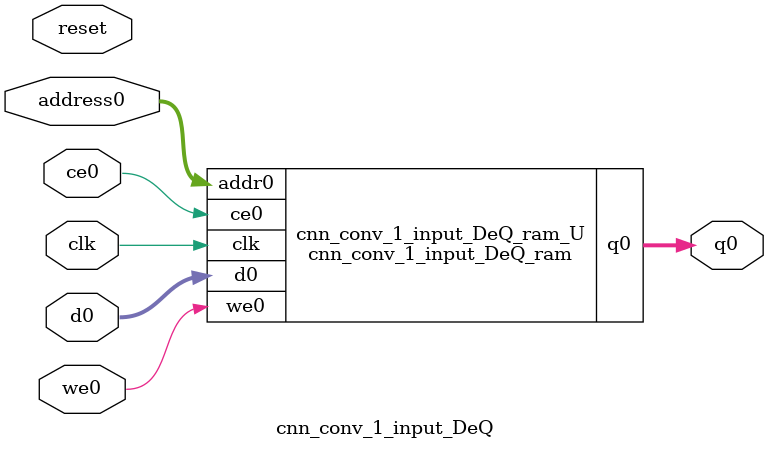
<source format=v>
`timescale 1 ns / 1 ps
module cnn_conv_1_input_DeQ_ram (addr0, ce0, d0, we0, q0,  clk);

parameter DWIDTH = 14;
parameter AWIDTH = 7;
parameter MEM_SIZE = 81;

input[AWIDTH-1:0] addr0;
input ce0;
input[DWIDTH-1:0] d0;
input we0;
output reg[DWIDTH-1:0] q0;
input clk;

(* ram_style = "block" *)reg [DWIDTH-1:0] ram[0:MEM_SIZE-1];




always @(posedge clk)  
begin 
    if (ce0) 
    begin
        if (we0) 
        begin 
            ram[addr0] <= d0; 
        end 
        q0 <= ram[addr0];
    end
end


endmodule

`timescale 1 ns / 1 ps
module cnn_conv_1_input_DeQ(
    reset,
    clk,
    address0,
    ce0,
    we0,
    d0,
    q0);

parameter DataWidth = 32'd14;
parameter AddressRange = 32'd81;
parameter AddressWidth = 32'd7;
input reset;
input clk;
input[AddressWidth - 1:0] address0;
input ce0;
input we0;
input[DataWidth - 1:0] d0;
output[DataWidth - 1:0] q0;



cnn_conv_1_input_DeQ_ram cnn_conv_1_input_DeQ_ram_U(
    .clk( clk ),
    .addr0( address0 ),
    .ce0( ce0 ),
    .we0( we0 ),
    .d0( d0 ),
    .q0( q0 ));

endmodule


</source>
